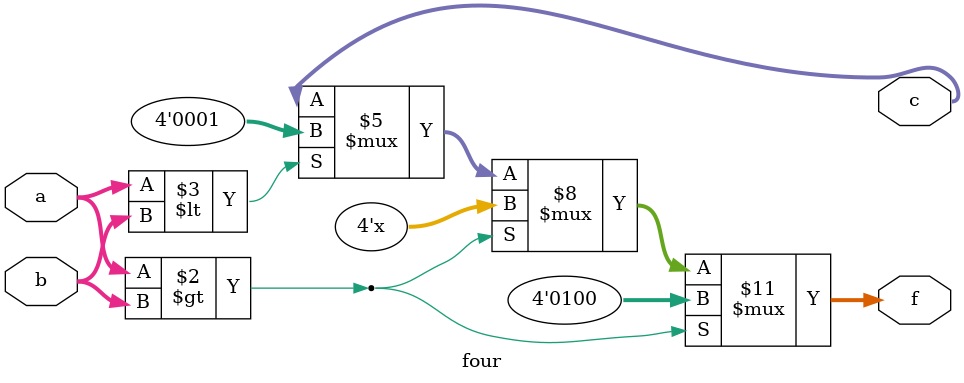
<source format=v>
module four(f,a,b,c);
	parameter compare_width = 4;
	input [compare_width-1:0]a;//此处的写法是为了改参数方便
	input [compare_width-1:0]b;
	output [3:0]f;//f表示的是输出的结果；
	output [3:0]c;//倘若ab相等，则由c作为控制器来选择谁更大
	reg [3:0]f;
	always @(a or b or c) 
		if(a>b)
			f = 3 'b100;
		else if(a<b)
			f = 3 'b001;
		else
			f = c;
endmodule
</source>
